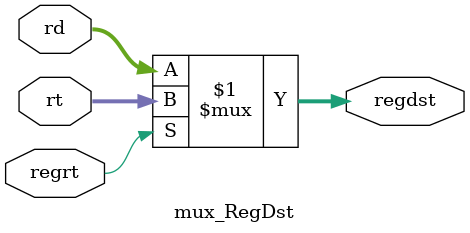
<source format=v>
module mux_RegDst
(   
     input  [5 - 1: 0]  rt
    ,input  [5 - 1: 0]  rd
    ,input              regrt
    ,output [5 - 1: 0]  regdst
);

assign regdst = regrt ? rt : rd ;

endmodule


</source>
